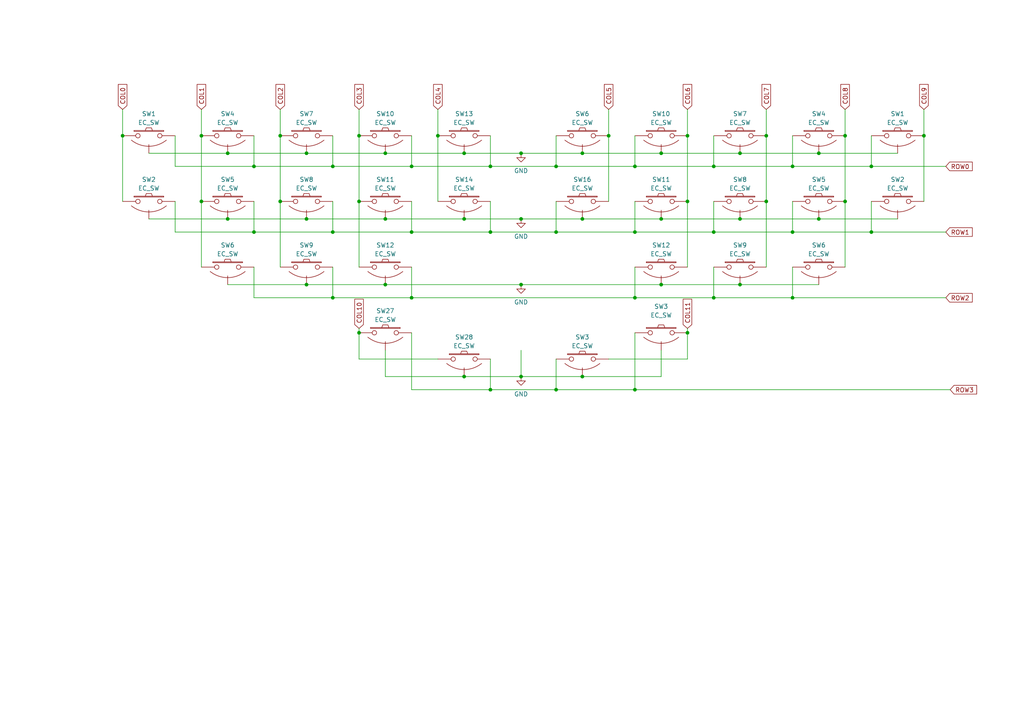
<source format=kicad_sch>
(kicad_sch (version 20231120) (generator "eeschema") (generator_version "8.0")
  (paper "A4")
  (title_block (title "katori") (date "2023-09-01") (rev "0.2") (company "grassfedreeve"))
  (lib_symbols
    (symbol "cipulot_parts:EC_SW" (pin_numbers hide) (pin_names (offset 1.016) hide)
      (property "Reference" "SW" (at 3.81 2.794 0))
      (property "Value" "EC_SW" (at -3.81 3.81 0))
      (symbol "EC_SW_0_1"
        (arc (start -5.08 -1.27) (mid 0 -3.052) (end 5.08 -1.27))
        (rectangle (start -4.318 1.27) (end 4.318 1.524))
        (polyline (pts (xy -1.016 1.524) (xy -0.762 2.286) (xy 0.762 2.286) (xy 1.016 1.524)))
        (pin passive inverted (at -7.62 0 0) (length 5.08) (name "1") (number "1"))
        (pin passive inverted (at 7.62 0 180) (length 5.08) (name "2") (number "2"))
      )
      (symbol "EC_SW_1_1"
        (pin input line (at 0 -5.08 90) (length 2.54) (name "SG") (number "3"))
      )
    )
    (symbol "power:GND" (power) (pin_names (offset 0))
      (property "Value" "GND" (at 0 -3.81 0))
      (symbol "GND_0_1"
        (polyline (pts (xy 0 0) (xy 0 -1.27) (xy 1.27 -1.27) (xy 0 -2.54) (xy -1.27 -1.27) (xy 0 -1.27)))
      )
      (symbol "GND_1_1"
        (pin power_in line (at 0 0 270) (length 0) hide (name "GND") (number "1"))
      )
    )
  )
  (junction (at 222.25 58.42))
  (junction (at 207.01 86.36))
  (junction (at 111.76 82.55))
  (junction (at 151.13 44.45))
  (junction (at 88.9 82.55))
  (junction (at 237.49 44.45))
  (junction (at 207.01 67.31))
  (junction (at 81.28 39.37))
  (junction (at 151.13 63.5))
  (junction (at 214.63 82.55))
  (junction (at 184.15 67.31))
  (junction (at 151.13 82.55))
  (junction (at 151.13 109.22))
  (junction (at 127 39.37))
  (junction (at 176.53 39.37))
  (junction (at 168.91 44.45))
  (junction (at 199.39 39.37))
  (junction (at 73.66 67.31))
  (junction (at 199.39 96.52))
  (junction (at 191.77 82.55))
  (junction (at 229.87 67.31))
  (junction (at 184.15 113.03))
  (junction (at 252.73 67.31))
  (junction (at 142.24 113.03))
  (junction (at 88.9 63.5))
  (junction (at 245.11 58.42))
  (junction (at 245.11 39.37))
  (junction (at 222.25 39.37))
  (junction (at 96.52 67.31))
  (junction (at 168.91 109.22))
  (junction (at 96.52 86.36))
  (junction (at 35.56 39.37))
  (junction (at 111.76 63.5))
  (junction (at 88.9 44.45))
  (junction (at 119.38 48.26))
  (junction (at 161.29 113.03))
  (junction (at 184.15 48.26))
  (junction (at 267.97 39.37))
  (junction (at 207.01 48.26))
  (junction (at 104.14 96.52))
  (junction (at 191.77 63.5))
  (junction (at 214.63 63.5))
  (junction (at 134.62 63.5))
  (junction (at 104.14 58.42))
  (junction (at 142.24 48.26))
  (junction (at 73.66 48.26))
  (junction (at 161.29 67.31))
  (junction (at 104.14 39.37))
  (junction (at 134.62 109.22))
  (junction (at 199.39 58.42))
  (junction (at 58.42 39.37))
  (junction (at 119.38 86.36))
  (junction (at 111.76 44.45))
  (junction (at 96.52 48.26))
  (junction (at 214.63 44.45))
  (junction (at 229.87 86.36))
  (junction (at 252.73 48.26))
  (junction (at 66.04 44.45))
  (junction (at 168.91 63.5))
  (junction (at 134.62 44.45))
  (junction (at 142.24 67.31))
  (junction (at 66.04 63.5))
  (junction (at 81.28 58.42))
  (junction (at 161.29 48.26))
  (junction (at 184.15 86.36))
  (junction (at 119.38 67.31))
  (junction (at 191.77 44.45))
  (junction (at 237.49 63.5))
  (junction (at 58.42 58.42))
  (junction (at 229.87 48.26))
  (wire (pts (xy 207.01 48.26) (xy 184.15 48.26)))
  (wire (pts (xy 237.49 63.5) (xy 214.63 63.5)))
  (wire (pts (xy 161.29 113.03) (xy 184.15 113.03)))
  (wire (pts (xy 111.76 109.22) (xy 111.76 101.6)))
  (wire (pts (xy 104.14 104.14) (xy 127 104.14)))
  (wire (pts (xy 151.13 109.22) (xy 151.13 101.6)))
  (wire (pts (xy 88.9 44.45) (xy 111.76 44.45)))
  (wire (pts (xy 73.66 58.42) (xy 73.66 67.31)))
  (wire (pts (xy 252.73 39.37) (xy 252.73 48.26)))
  (wire (pts (xy 35.56 39.37) (xy 35.56 58.42)))
  (wire (pts (xy 104.14 95.25) (xy 104.14 96.52)))
  (wire (pts (xy 161.29 104.14) (xy 161.29 113.03)))
  (wire (pts (xy 229.87 39.37) (xy 229.87 48.26)))
  (wire (pts (xy 252.73 67.31) (xy 274.32 67.31)))
  (wire (pts (xy 142.24 39.37) (xy 142.24 48.26)))
  (wire (pts (xy 229.87 86.36) (xy 207.01 86.36)))
  (wire (pts (xy 111.76 44.45) (xy 134.62 44.45)))
  (wire (pts (xy 119.38 96.52) (xy 119.38 113.03)))
  (wire (pts (xy 267.97 31.75) (xy 267.97 39.37)))
  (wire (pts (xy 237.49 82.55) (xy 214.63 82.55)))
  (wire (pts (xy 66.04 44.45) (xy 88.9 44.45)))
  (wire (pts (xy 229.87 67.31) (xy 207.01 67.31)))
  (wire (pts (xy 207.01 58.42) (xy 207.01 67.31)))
  (wire (pts (xy 119.38 86.36) (xy 184.15 86.36)))
  (wire (pts (xy 199.39 104.14) (xy 176.53 104.14)))
  (wire (pts (xy 199.39 95.25) (xy 199.39 96.52)))
  (wire (pts (xy 142.24 58.42) (xy 142.24 67.31)))
  (wire (pts (xy 214.63 44.45) (xy 191.77 44.45)))
  (wire (pts (xy 73.66 39.37) (xy 73.66 48.26)))
  (wire (pts (xy 119.38 77.47) (xy 119.38 86.36)))
  (wire (pts (xy 184.15 67.31) (xy 161.29 67.31)))
  (wire (pts (xy 252.73 48.26) (xy 274.32 48.26)))
  (wire (pts (xy 229.87 77.47) (xy 229.87 86.36)))
  (wire (pts (xy 134.62 109.22) (xy 151.13 109.22)))
  (wire (pts (xy 207.01 39.37) (xy 207.01 48.26)))
  (wire (pts (xy 104.14 31.75) (xy 104.14 39.37)))
  (wire (pts (xy 104.14 58.42) (xy 104.14 77.47)))
  (wire (pts (xy 142.24 113.03) (xy 161.29 113.03)))
  (wire (pts (xy 168.91 109.22) (xy 191.77 109.22)))
  (wire (pts (xy 81.28 39.37) (xy 81.28 58.42)))
  (wire (pts (xy 168.91 63.5) (xy 191.77 63.5)))
  (wire (pts (xy 50.8 67.31) (xy 73.66 67.31)))
  (wire (pts (xy 88.9 63.5) (xy 111.76 63.5)))
  (wire (pts (xy 96.52 39.37) (xy 96.52 48.26)))
  (wire (pts (xy 96.52 67.31) (xy 119.38 67.31)))
  (wire (pts (xy 119.38 58.42) (xy 119.38 67.31)))
  (wire (pts (xy 142.24 104.14) (xy 142.24 113.03)))
  (wire (pts (xy 184.15 96.52) (xy 184.15 113.03)))
  (wire (pts (xy 267.97 39.37) (xy 267.97 58.42)))
  (wire (pts (xy 214.63 82.55) (xy 191.77 82.55)))
  (wire (pts (xy 58.42 39.37) (xy 58.42 58.42)))
  (wire (pts (xy 229.87 48.26) (xy 252.73 48.26)))
  (wire (pts (xy 96.52 86.36) (xy 119.38 86.36)))
  (wire (pts (xy 229.87 67.31) (xy 252.73 67.31)))
  (wire (pts (xy 96.52 58.42) (xy 96.52 67.31)))
  (wire (pts (xy 222.25 58.42) (xy 222.25 77.47)))
  (wire (pts (xy 252.73 58.42) (xy 252.73 67.31)))
  (wire (pts (xy 50.8 58.42) (xy 50.8 67.31)))
  (wire (pts (xy 88.9 82.55) (xy 111.76 82.55)))
  (wire (pts (xy 237.49 44.45) (xy 260.35 44.45)))
  (wire (pts (xy 207.01 77.47) (xy 207.01 86.36)))
  (wire (pts (xy 176.53 31.75) (xy 176.53 39.37)))
  (wire (pts (xy 127 39.37) (xy 127 58.42)))
  (wire (pts (xy 142.24 67.31) (xy 161.29 67.31)))
  (wire (pts (xy 184.15 48.26) (xy 161.29 48.26)))
  (wire (pts (xy 58.42 58.42) (xy 58.42 77.47)))
  (wire (pts (xy 96.52 48.26) (xy 119.38 48.26)))
  (wire (pts (xy 199.39 58.42) (xy 199.39 77.47)))
  (wire (pts (xy 161.29 39.37) (xy 161.29 48.26)))
  (wire (pts (xy 35.56 31.75) (xy 35.56 39.37)))
  (wire (pts (xy 245.11 39.37) (xy 245.11 58.42)))
  (wire (pts (xy 161.29 58.42) (xy 161.29 67.31)))
  (wire (pts (xy 245.11 58.42) (xy 245.11 77.47)))
  (wire (pts (xy 73.66 48.26) (xy 96.52 48.26)))
  (wire (pts (xy 229.87 86.36) (xy 274.32 86.36)))
  (wire (pts (xy 184.15 113.03) (xy 275.59 113.03)))
  (wire (pts (xy 81.28 58.42) (xy 81.28 77.47)))
  (wire (pts (xy 222.25 39.37) (xy 222.25 58.42)))
  (wire (pts (xy 104.14 96.52) (xy 104.14 104.14)))
  (wire (pts (xy 151.13 109.22) (xy 168.91 109.22)))
  (wire (pts (xy 199.39 96.52) (xy 199.39 104.14)))
  (wire (pts (xy 81.28 31.75) (xy 81.28 39.37)))
  (wire (pts (xy 66.04 82.55) (xy 88.9 82.55)))
  (wire (pts (xy 104.14 39.37) (xy 104.14 58.42)))
  (wire (pts (xy 66.04 63.5) (xy 88.9 63.5)))
  (wire (pts (xy 96.52 77.47) (xy 96.52 86.36)))
  (wire (pts (xy 151.13 63.5) (xy 168.91 63.5)))
  (wire (pts (xy 43.18 44.45) (xy 66.04 44.45)))
  (wire (pts (xy 119.38 48.26) (xy 142.24 48.26)))
  (wire (pts (xy 119.38 39.37) (xy 119.38 48.26)))
  (wire (pts (xy 151.13 63.5) (xy 134.62 63.5)))
  (wire (pts (xy 237.49 63.5) (xy 260.35 63.5)))
  (wire (pts (xy 142.24 48.26) (xy 161.29 48.26)))
  (wire (pts (xy 73.66 86.36) (xy 96.52 86.36)))
  (wire (pts (xy 207.01 67.31) (xy 184.15 67.31)))
  (wire (pts (xy 43.18 63.5) (xy 66.04 63.5)))
  (wire (pts (xy 237.49 44.45) (xy 214.63 44.45)))
  (wire (pts (xy 184.15 77.47) (xy 184.15 86.36)))
  (wire (pts (xy 176.53 39.37) (xy 176.53 58.42)))
  (wire (pts (xy 50.8 39.37) (xy 50.8 48.26)))
  (wire (pts (xy 111.76 109.22) (xy 134.62 109.22)))
  (wire (pts (xy 151.13 82.55) (xy 191.77 82.55)))
  (wire (pts (xy 73.66 67.31) (xy 96.52 67.31)))
  (wire (pts (xy 229.87 48.26) (xy 207.01 48.26)))
  (wire (pts (xy 127 31.75) (xy 127 39.37)))
  (wire (pts (xy 50.8 48.26) (xy 73.66 48.26)))
  (wire (pts (xy 191.77 109.22) (xy 191.77 101.6)))
  (wire (pts (xy 111.76 63.5) (xy 134.62 63.5)))
  (wire (pts (xy 207.01 86.36) (xy 184.15 86.36)))
  (wire (pts (xy 199.39 39.37) (xy 199.39 58.42)))
  (wire (pts (xy 199.39 31.75) (xy 199.39 39.37)))
  (wire (pts (xy 151.13 44.45) (xy 168.91 44.45)))
  (wire (pts (xy 119.38 67.31) (xy 142.24 67.31)))
  (wire (pts (xy 229.87 58.42) (xy 229.87 67.31)))
  (wire (pts (xy 73.66 77.47) (xy 73.66 86.36)))
  (wire (pts (xy 168.91 44.45) (xy 191.77 44.45)))
  (wire (pts (xy 184.15 39.37) (xy 184.15 48.26)))
  (wire (pts (xy 214.63 63.5) (xy 191.77 63.5)))
  (wire (pts (xy 184.15 58.42) (xy 184.15 67.31)))
  (wire (pts (xy 245.11 31.75) (xy 245.11 39.37)))
  (wire (pts (xy 111.76 82.55) (xy 151.13 82.55)))
  (wire (pts (xy 151.13 44.45) (xy 134.62 44.45)))
  (wire (pts (xy 222.25 31.75) (xy 222.25 39.37)))
  (wire (pts (xy 58.42 31.75) (xy 58.42 39.37)))
  (wire (pts (xy 119.38 113.03) (xy 142.24 113.03)))
  (global_label "ROW2" (shape input) (at 274.32 86.36 0) (property "Intersheetrefs" "${INTERSHEET_REFS}" (effects (hide yes))))
  (global_label "COL7" (shape input) (at 222.25 31.75 90) (property "Intersheetrefs" "${INTERSHEET_REFS}" (effects (hide yes))))
  (global_label "COL1" (shape input) (at 58.42 31.75 90) (property "Intersheetrefs" "${INTERSHEET_REFS}" (effects (hide yes))))
  (global_label "COL11" (shape input) (at 199.39 95.25 90) (property "Intersheetrefs" "${INTERSHEET_REFS}" (effects (hide yes))))
  (global_label "COL2" (shape input) (at 81.28 31.75 90) (property "Intersheetrefs" "${INTERSHEET_REFS}" (effects (hide yes))))
  (global_label "COL8" (shape input) (at 245.11 31.75 90) (property "Intersheetrefs" "${INTERSHEET_REFS}" (effects (hide yes))))
  (global_label "ROW3" (shape input) (at 275.59 113.03 0) (property "Intersheetrefs" "${INTERSHEET_REFS}" (effects (hide yes))))
  (global_label "COL9" (shape input) (at 267.97 31.75 90) (property "Intersheetrefs" "${INTERSHEET_REFS}" (effects (hide yes))))
  (global_label "COL0" (shape input) (at 35.56 31.75 90) (property "Intersheetrefs" "${INTERSHEET_REFS}" (effects (hide yes))))
  (global_label "COL3" (shape input) (at 104.14 31.75 90) (property "Intersheetrefs" "${INTERSHEET_REFS}" (effects (hide yes))))
  (global_label "ROW1" (shape input) (at 274.32 67.31 0) (property "Intersheetrefs" "${INTERSHEET_REFS}" (effects (hide yes))))
  (global_label "COL6" (shape input) (at 199.39 31.75 90) (property "Intersheetrefs" "${INTERSHEET_REFS}" (effects (hide yes))))
  (global_label "ROW0" (shape input) (at 274.32 48.26 0) (property "Intersheetrefs" "${INTERSHEET_REFS}" (effects (hide yes))))
  (global_label "COL5" (shape input) (at 176.53 31.75 90) (property "Intersheetrefs" "${INTERSHEET_REFS}" (effects (hide yes))))
  (global_label "COL4" (shape input) (at 127 31.75 90) (property "Intersheetrefs" "${INTERSHEET_REFS}" (effects (hide yes))))
  (global_label "COL10" (shape input) (at 104.14 95.25 90) (property "Intersheetrefs" "${INTERSHEET_REFS}" (effects (hide yes))))
  (symbol (lib_id "power:GND") (at 151.13 109.22 0) (unit 1)
    (property "Reference" "#PWR07" (effects (hide yes)))
    (property "Value" "GND" (at 151.13 114.3 0))
  )
  (symbol (lib_id "cipulot_parts:EC_SW") (at 168.91 39.37 0) (mirror y) (unit 1) (in_bom no)
    (property "Reference" "SW6" (at 168.91 33.02 0))
    (property "Value" "EC_SW" (at 168.91 35.56 0))
    (property "Footprint" "capacitive_sensors:katori_pad_1U_90deg" (effects (hide yes)))
  )
  (symbol (lib_id "cipulot_parts:EC_SW") (at 134.62 39.37 0) (unit 1) (in_bom no)
    (property "Reference" "SW13" (at 134.62 33.02 0))
    (property "Value" "EC_SW" (at 134.62 35.56 0))
    (property "Footprint" "capacitive_sensors:katori_pad_1U_90deg" (effects (hide yes)))
    (instances (project "tako" (path "" (reference "SW13") (unit 1))) (project "tako" (path "" (reference "SW5") (unit 1))) (project "minicap" (path "" (reference "SW5") (unit 1))))
  )
  (symbol (lib_id "cipulot_parts:EC_SW") (at 134.62 58.42 0) (unit 1) (in_bom no)
    (property "Reference" "SW14" (at 134.62 52.07 0))
    (property "Value" "EC_SW" (at 134.62 54.61 0))
    (property "Footprint" "capacitive_sensors:katori_pad_1U_90deg" (effects (hide yes)))
    (instances (project "tako" (path "" (reference "SW14") (unit 1))) (project "tako" (path "" (reference "SW10") (unit 1))) (project "minicap" (path "" (reference "SW15") (unit 1))))
  )
  (symbol (lib_id "cipulot_parts:EC_SW") (at 66.04 58.42 0) (unit 1) (in_bom no)
    (property "Reference" "SW5" (at 66.04 52.07 0))
    (property "Value" "EC_SW" (at 66.04 54.61 0))
    (property "Footprint" "capacitive_sensors:katori_pad_1U_90deg" (effects (hide yes)))
    (instances (project "tako" (path "" (reference "SW5") (unit 1))) (project "tako" (path "" (reference "SW7") (unit 1))) (project "minicap" (path "" (reference "SW12") (unit 1))))
  )
  (symbol (lib_id "power:GND") (at 151.13 44.45 0) (unit 1)
    (property "Reference" "#PWR04" (effects (hide yes)))
    (property "Value" "GND" (at 151.13 49.53 0))
  )
  (symbol (lib_id "cipulot_parts:EC_SW") (at 88.9 77.47 0) (unit 1) (in_bom no)
    (property "Reference" "SW9" (at 88.9 71.12 0))
    (property "Value" "EC_SW" (at 88.9 73.66 0))
    (property "Footprint" "capacitive_sensors:katori_pad_1U_90deg" (effects (hide yes)))
    (instances (project "tako" (path "" (reference "SW9") (unit 1))) (project "tako" (path "" (reference "SW13") (unit 1))) (project "minicap" (path "" (reference "SW22") (unit 1))))
  )
  (symbol (lib_id "cipulot_parts:EC_SW") (at 88.9 58.42 0) (unit 1) (in_bom no)
    (property "Reference" "SW8" (at 88.9 52.07 0))
    (property "Value" "EC_SW" (at 88.9 54.61 0))
    (property "Footprint" "capacitive_sensors:katori_pad_1U_90deg" (effects (hide yes)))
    (instances (project "tako" (path "" (reference "SW8") (unit 1))) (project "tako" (path "" (reference "SW8") (unit 1))) (project "minicap" (path "" (reference "SW13") (unit 1))))
  )
  (symbol (lib_id "cipulot_parts:EC_SW") (at 237.49 77.47 0) (mirror y) (unit 1) (in_bom no)
    (property "Reference" "SW6" (at 237.49 71.12 0))
    (property "Value" "EC_SW" (at 237.49 73.66 0))
    (property "Footprint" "capacitive_sensors:katori_pad_1U_90deg" (effects (hide yes)))
    (instances (project "tako" (path "" (reference "SW6") (unit 1))) (project "tako" (path "" (reference "SW12") (unit 1))) (project "minicap" (path "" (reference "SW26") (unit 1))))
  )
  (symbol (lib_id "cipulot_parts:EC_SW") (at 168.91 104.14 0) (mirror y) (unit 1) (in_bom no)
    (property "Reference" "SW3" (at 168.91 97.79 0))
    (property "Value" "EC_SW" (at 168.91 100.33 0))
    (property "Footprint" "capacitive_sensors:katori_pad_1U" (effects (hide yes)))
    (instances (project "tako" (path "" (reference "SW3") (unit 1))) (project "tako" (path "" (reference "SW17") (unit 1))) (project "minicap" (path "" (reference "SW29") (unit 1))))
  )
  (symbol (lib_id "cipulot_parts:EC_SW") (at 111.76 58.42 0) (unit 1) (in_bom no)
    (property "Reference" "SW11" (at 111.76 52.07 0))
    (property "Value" "EC_SW" (at 111.76 54.61 0))
    (property "Footprint" "capacitive_sensors:katori_pad_1U_90deg" (effects (hide yes)))
    (instances (project "tako" (path "" (reference "SW11") (unit 1))) (project "tako" (path "" (reference "SW9") (unit 1))) (project "minicap" (path "" (reference "SW14") (unit 1))))
  )
  (symbol (lib_id "cipulot_parts:EC_SW") (at 88.9 39.37 0) (unit 1) (in_bom no)
    (property "Reference" "SW7" (at 88.9 33.02 0))
    (property "Value" "EC_SW" (at 88.9 35.56 0))
    (property "Footprint" "capacitive_sensors:katori_pad_1U_90deg" (effects (hide yes)))
    (instances (project "tako" (path "" (reference "SW7") (unit 1))) (project "tako" (path "" (reference "SW3") (unit 1))) (project "minicap" (path "" (reference "SW3") (unit 1))))
  )
  (symbol (lib_id "cipulot_parts:EC_SW") (at 260.35 39.37 0) (mirror y) (unit 1) (in_bom no)
    (property "Reference" "SW1" (at 260.35 33.02 0))
    (property "Value" "EC_SW" (at 260.35 35.56 0))
    (property "Footprint" "capacitive_sensors:katori_pad_1U_90deg" (effects (hide yes)))
    (instances (project "tako" (path "" (reference "SW1") (unit 1))) (project "tako" (path "" (reference "SW1") (unit 1))) (project "minicap" (path "" (reference "SW10") (unit 1))))
  )
  (symbol (lib_id "cipulot_parts:EC_SW") (at 134.62 104.14 0) (mirror y) (unit 1) (in_bom no)
    (property "Reference" "SW28" (at 134.62 97.79 0))
    (property "Value" "EC_SW" (at 134.62 100.33 0))
    (property "Footprint" "capacitive_sensors:katori_pad_1U" (effects (hide yes)))
  )
  (symbol (lib_id "cipulot_parts:EC_SW") (at 191.77 77.47 0) (mirror y) (unit 1) (in_bom no)
    (property "Reference" "SW12" (at 191.77 71.12 0))
    (property "Value" "EC_SW" (at 191.77 73.66 0))
    (property "Footprint" "capacitive_sensors:katori_pad_1U_90deg" (effects (hide yes)))
    (instances (project "tako" (path "" (reference "SW12") (unit 1))) (project "tako" (path "" (reference "SW14") (unit 1))) (project "minicap" (path "" (reference "SW24") (unit 1))))
  )
  (symbol (lib_id "cipulot_parts:EC_SW") (at 237.49 39.37 0) (mirror y) (unit 1) (in_bom no)
    (property "Reference" "SW4" (at 237.49 33.02 0))
    (property "Value" "EC_SW" (at 237.49 35.56 0))
    (property "Footprint" "capacitive_sensors:katori_pad_1U_90deg" (effects (hide yes)))
    (instances (project "tako" (path "" (reference "SW4") (unit 1))) (project "tako" (path "" (reference "SW2") (unit 1))) (project "minicap" (path "" (reference "SW9") (unit 1))))
  )
  (symbol (lib_id "cipulot_parts:EC_SW") (at 191.77 96.52 0) (mirror y) (unit 1) (in_bom no)
    (property "Reference" "SW3" (at 191.77 88.9 0))
    (property "Value" "EC_SW" (at 191.77 91.44 0))
    (property "Footprint" "capacitive_sensors:katori_pad_1U" (effects (hide yes)))
    (instances (project "tako" (path "" (reference "SW3") (unit 1))) (project "tako" (path "" (reference "SW16") (unit 1))) (project "minicap" (path "" (reference "SW30") (unit 1))))
  )
  (symbol (lib_id "cipulot_parts:EC_SW") (at 111.76 96.52 0) (mirror y) (unit 1) (in_bom no)
    (property "Reference" "SW27" (at 111.76 90.17 0))
    (property "Value" "EC_SW" (at 111.76 92.71 0))
    (property "Footprint" "capacitive_sensors:katori_pad_1U" (effects (hide yes)))
  )
  (symbol (lib_id "cipulot_parts:EC_SW") (at 214.63 77.47 0) (mirror y) (unit 1) (in_bom no)
    (property "Reference" "SW9" (at 214.63 71.12 0))
    (property "Value" "EC_SW" (at 214.63 73.66 0))
    (property "Footprint" "capacitive_sensors:katori_pad_1U_90deg" (effects (hide yes)))
    (instances (project "tako" (path "" (reference "SW9") (unit 1))) (project "tako" (path "" (reference "SW13") (unit 1))) (project "minicap" (path "" (reference "SW25") (unit 1))))
  )
  (symbol (lib_id "power:GND") (at 151.13 63.5 0) (unit 1)
    (property "Reference" "#PWR05" (effects (hide yes)))
    (property "Value" "GND" (at 151.13 68.58 0))
  )
  (symbol (lib_id "cipulot_parts:EC_SW") (at 214.63 39.37 0) (mirror y) (unit 1) (in_bom no)
    (property "Reference" "SW7" (at 214.63 33.02 0))
    (property "Value" "EC_SW" (at 214.63 35.56 0))
    (property "Footprint" "capacitive_sensors:katori_pad_1U_90deg" (effects (hide yes)))
    (instances (project "tako" (path "" (reference "SW7") (unit 1))) (project "tako" (path "" (reference "SW3") (unit 1))) (project "minicap" (path "" (reference "SW8") (unit 1))))
  )
  (symbol (lib_id "cipulot_parts:EC_SW") (at 66.04 39.37 0) (unit 1) (in_bom no)
    (property "Reference" "SW4" (at 66.04 33.02 0))
    (property "Value" "EC_SW" (at 66.04 35.56 0))
    (property "Footprint" "capacitive_sensors:katori_pad_1U_90deg" (effects (hide yes)))
    (instances (project "tako" (path "" (reference "SW4") (unit 1))) (project "tako" (path "" (reference "SW2") (unit 1))) (project "minicap" (path "" (reference "SW2") (unit 1))))
  )
  (symbol (lib_id "power:GND") (at 151.13 82.55 0) (unit 1)
    (property "Reference" "#PWR06" (effects (hide yes)))
    (property "Value" "GND" (at 151.13 87.63 0))
  )
  (symbol (lib_id "cipulot_parts:EC_SW") (at 191.77 39.37 0) (mirror y) (unit 1) (in_bom no)
    (property "Reference" "SW10" (at 191.77 33.02 0))
    (property "Value" "EC_SW" (at 191.77 35.56 0))
    (property "Footprint" "capacitive_sensors:katori_pad_1U_90deg" (effects (hide yes)))
    (instances (project "tako" (path "" (reference "SW10") (unit 1))) (project "tako" (path "" (reference "SW4") (unit 1))) (project "minicap" (path "" (reference "SW7") (unit 1))))
  )
  (symbol (lib_id "cipulot_parts:EC_SW") (at 237.49 58.42 0) (mirror y) (unit 1) (in_bom no)
    (property "Reference" "SW5" (at 237.49 52.07 0))
    (property "Value" "EC_SW" (at 237.49 54.61 0))
    (property "Footprint" "capacitive_sensors:katori_pad_1U_90deg" (effects (hide yes)))
    (instances (project "tako" (path "" (reference "SW5") (unit 1))) (project "tako" (path "" (reference "SW7") (unit 1))) (project "minicap" (path "" (reference "SW19") (unit 1))))
  )
  (symbol (lib_id "cipulot_parts:EC_SW") (at 43.18 39.37 0) (unit 1) (in_bom no)
    (property "Reference" "SW1" (at 43.18 33.02 0))
    (property "Value" "EC_SW" (at 43.18 35.56 0))
    (property "Footprint" "capacitive_sensors:katori_pad_1U_90deg" (effects (hide yes)))
  )
  (symbol (lib_id "cipulot_parts:EC_SW") (at 43.18 58.42 0) (unit 1) (in_bom no)
    (property "Reference" "SW2" (at 43.18 52.07 0))
    (property "Value" "EC_SW" (at 43.18 54.61 0))
    (property "Footprint" "capacitive_sensors:katori_pad_1U_90deg" (effects (hide yes)))
    (instances (project "tako" (path "" (reference "SW2") (unit 1))) (project "tako" (path "" (reference "SW6") (unit 1))) (project "minicap" (path "" (reference "SW11") (unit 1))))
  )
  (symbol (lib_id "cipulot_parts:EC_SW") (at 111.76 77.47 0) (unit 1) (in_bom no)
    (property "Reference" "SW12" (at 111.76 71.12 0))
    (property "Value" "EC_SW" (at 111.76 73.66 0))
    (property "Footprint" "capacitive_sensors:katori_pad_1U_90deg" (effects (hide yes)))
    (instances (project "tako" (path "" (reference "SW12") (unit 1))) (project "tako" (path "" (reference "SW14") (unit 1))) (project "minicap" (path "" (reference "SW23") (unit 1))))
  )
  (symbol (lib_id "cipulot_parts:EC_SW") (at 214.63 58.42 0) (mirror y) (unit 1) (in_bom no)
    (property "Reference" "SW8" (at 214.63 52.07 0))
    (property "Value" "EC_SW" (at 214.63 54.61 0))
    (property "Footprint" "capacitive_sensors:katori_pad_1U_90deg" (effects (hide yes)))
    (instances (project "tako" (path "" (reference "SW8") (unit 1))) (project "tako" (path "" (reference "SW8") (unit 1))) (project "minicap" (path "" (reference "SW18") (unit 1))))
  )
  (symbol (lib_id "cipulot_parts:EC_SW") (at 111.76 39.37 0) (unit 1) (in_bom no)
    (property "Reference" "SW10" (at 111.76 33.02 0))
    (property "Value" "EC_SW" (at 111.76 35.56 0))
    (property "Footprint" "capacitive_sensors:katori_pad_1U_90deg" (effects (hide yes)))
    (instances (project "tako" (path "" (reference "SW10") (unit 1))) (project "tako" (path "" (reference "SW4") (unit 1))) (project "minicap" (path "" (reference "SW4") (unit 1))))
  )
  (symbol (lib_id "cipulot_parts:EC_SW") (at 168.91 58.42 0) (mirror y) (unit 1) (in_bom no)
    (property "Reference" "SW16" (at 168.91 52.07 0))
    (property "Value" "EC_SW" (at 168.91 54.61 0))
    (property "Footprint" "capacitive_sensors:katori_pad_1U_90deg" (effects (hide yes)))
  )
  (symbol (lib_id "cipulot_parts:EC_SW") (at 66.04 77.47 0) (unit 1) (in_bom no)
    (property "Reference" "SW6" (at 66.04 71.12 0))
    (property "Value" "EC_SW" (at 66.04 73.66 0))
    (property "Footprint" "capacitive_sensors:katori_pad_1U_90deg" (effects (hide yes)))
    (instances (project "tako" (path "" (reference "SW6") (unit 1))) (project "tako" (path "" (reference "SW12") (unit 1))) (project "minicap" (path "" (reference "SW21") (unit 1))))
  )
  (symbol (lib_id "cipulot_parts:EC_SW") (at 191.77 58.42 0) (mirror y) (unit 1) (in_bom no)
    (property "Reference" "SW11" (at 191.77 52.07 0))
    (property "Value" "EC_SW" (at 191.77 54.61 0))
    (property "Footprint" "capacitive_sensors:katori_pad_1U_90deg" (effects (hide yes)))
    (instances (project "tako" (path "" (reference "SW11") (unit 1))) (project "tako" (path "" (reference "SW9") (unit 1))) (project "minicap" (path "" (reference "SW17") (unit 1))))
  )
  (symbol (lib_id "cipulot_parts:EC_SW") (at 260.35 58.42 0) (mirror y) (unit 1) (in_bom no)
    (property "Reference" "SW2" (at 260.35 52.07 0))
    (property "Value" "EC_SW" (at 260.35 54.61 0))
    (property "Footprint" "capacitive_sensors:katori_pad_1U_90deg" (effects (hide yes)))
    (instances (project "tako" (path "" (reference "SW2") (unit 1))) (project "tako" (path "" (reference "SW6") (unit 1))) (project "minicap" (path "" (reference "SW20") (unit 1))))
  )
)
</source>
